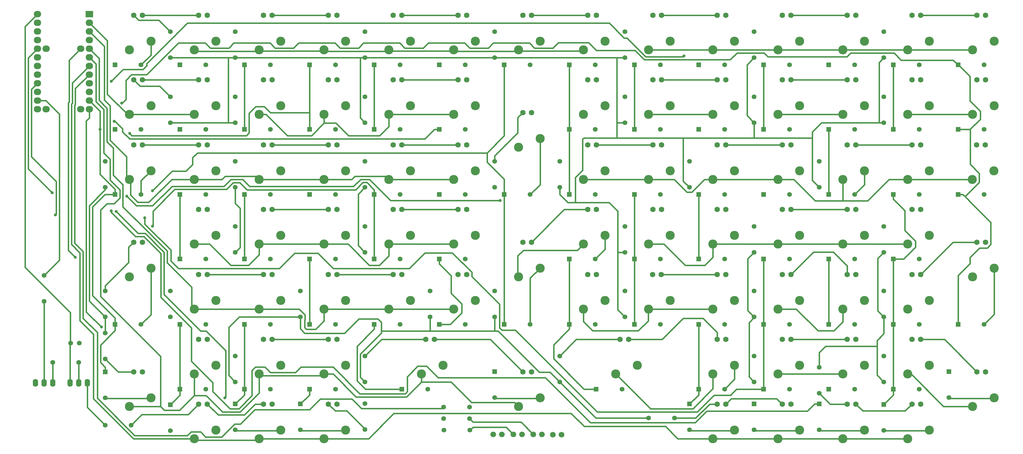
<source format=gtl>
G04 (created by PCBNEW (2013-jul-07)-stable) date lun. 20 juin 2016 20:07:23 IST*
%MOIN*%
G04 Gerber Fmt 3.4, Leading zero omitted, Abs format*
%FSLAX34Y34*%
G01*
G70*
G90*
G04 APERTURE LIST*
%ADD10C,0.00590551*%
%ADD11R,0.085X0.075*%
%ADD12O,0.085X0.075*%
%ADD13C,0.105*%
%ADD14C,0.055*%
%ADD15O,0.062X0.09*%
%ADD16C,0.066*%
%ADD17R,0.055X0.055*%
%ADD18C,0.063*%
%ADD19C,0.035*%
%ADD20C,0.018*%
G04 APERTURE END LIST*
G54D10*
G54D11*
X8157Y-669D03*
G54D12*
X8157Y-1669D03*
X8157Y-2669D03*
X8157Y-3669D03*
X8157Y-4669D03*
X8157Y-5669D03*
X8157Y-6669D03*
X8157Y-7669D03*
X8157Y-8669D03*
X8157Y-9669D03*
X8157Y-10669D03*
X8157Y-11669D03*
X7157Y-11669D03*
X3157Y-11669D03*
X2157Y-11669D03*
X2157Y-10669D03*
X2157Y-9669D03*
X2157Y-8669D03*
X2157Y-7669D03*
X2157Y-6669D03*
X2157Y-5669D03*
X2157Y-4669D03*
X2157Y-3669D03*
X2157Y-2669D03*
X2157Y-1669D03*
X2157Y-669D03*
X3157Y-4669D03*
X7157Y-4669D03*
G54D13*
X65299Y-12275D03*
X67799Y-11275D03*
X80259Y-34795D03*
X82759Y-33795D03*
X80259Y-27275D03*
X82759Y-26275D03*
X80259Y-19795D03*
X82759Y-18795D03*
X80259Y-12275D03*
X82759Y-11275D03*
X72818Y-4795D03*
X75318Y-3795D03*
X72818Y-34795D03*
X75318Y-33795D03*
X72818Y-27275D03*
X75318Y-26275D03*
X72818Y-19795D03*
X75318Y-18795D03*
X72818Y-12275D03*
X75318Y-11275D03*
X65299Y-4795D03*
X67799Y-3795D03*
X69039Y-42314D03*
X71539Y-41314D03*
X65299Y-34795D03*
X67799Y-33795D03*
X65299Y-27275D03*
X67799Y-26275D03*
X65299Y-19795D03*
X67799Y-18795D03*
X80259Y-49795D03*
X82759Y-48795D03*
X57779Y-4795D03*
X60279Y-3795D03*
X57779Y-46055D03*
X60279Y-45055D03*
X57779Y-31055D03*
X60279Y-30055D03*
X57779Y-16055D03*
X60279Y-15055D03*
X50299Y-4795D03*
X52799Y-3795D03*
X50299Y-34795D03*
X52799Y-33795D03*
X50299Y-27275D03*
X52799Y-26275D03*
X50299Y-19795D03*
X52799Y-18795D03*
X50299Y-12275D03*
X52799Y-11275D03*
X42779Y-4795D03*
X45279Y-3795D03*
X46559Y-42314D03*
X49059Y-41314D03*
X42779Y-34795D03*
X45279Y-33795D03*
X95299Y-42314D03*
X97799Y-41314D03*
X110299Y-4795D03*
X112799Y-3795D03*
X110299Y-46055D03*
X112799Y-45055D03*
X110299Y-31055D03*
X112799Y-30055D03*
X110259Y-19795D03*
X112759Y-18795D03*
X110299Y-12275D03*
X112799Y-11275D03*
X102779Y-4795D03*
X105279Y-3795D03*
X102779Y-49795D03*
X105279Y-48795D03*
X102779Y-34795D03*
X105279Y-33795D03*
X102779Y-27275D03*
X105279Y-26275D03*
X102779Y-19795D03*
X105279Y-18795D03*
X102779Y-12275D03*
X105279Y-11275D03*
X95299Y-4795D03*
X97799Y-3795D03*
X95299Y-49795D03*
X97799Y-48795D03*
X80259Y-42314D03*
X82759Y-41314D03*
X95299Y-34795D03*
X97799Y-33795D03*
X95299Y-27275D03*
X97799Y-26275D03*
X95299Y-19795D03*
X97799Y-18795D03*
X95299Y-12275D03*
X97799Y-11275D03*
X87779Y-4795D03*
X90279Y-3795D03*
X87779Y-49795D03*
X90279Y-48795D03*
X87779Y-42314D03*
X90279Y-41314D03*
X87779Y-34795D03*
X90279Y-33795D03*
X87779Y-27275D03*
X90279Y-26275D03*
X87779Y-19795D03*
X90279Y-18795D03*
X87779Y-12275D03*
X90279Y-11275D03*
X80259Y-4795D03*
X82759Y-3795D03*
X102779Y-42314D03*
X105279Y-41314D03*
X12779Y-12275D03*
X15279Y-11275D03*
X27779Y-34795D03*
X30279Y-33795D03*
X35299Y-12275D03*
X37799Y-11275D03*
X35299Y-19795D03*
X37799Y-18795D03*
X27779Y-27275D03*
X30279Y-26275D03*
X35299Y-27275D03*
X37799Y-26275D03*
X27779Y-42314D03*
X30279Y-41314D03*
X27779Y-4795D03*
X30279Y-3795D03*
X35299Y-34795D03*
X37799Y-33795D03*
X27779Y-19795D03*
X30279Y-18795D03*
X35299Y-42314D03*
X37799Y-41314D03*
X27779Y-49795D03*
X30279Y-48795D03*
X27779Y-12275D03*
X30279Y-11275D03*
X35299Y-49795D03*
X37799Y-48795D03*
X12779Y-19795D03*
X15279Y-18795D03*
X12779Y-31055D03*
X15279Y-30055D03*
X42779Y-27275D03*
X45279Y-26275D03*
X20299Y-42314D03*
X22799Y-41314D03*
X20299Y-34795D03*
X22799Y-33795D03*
X42779Y-19795D03*
X45279Y-18795D03*
X20299Y-27275D03*
X22799Y-26275D03*
X20299Y-19795D03*
X22799Y-18795D03*
X20299Y-49795D03*
X22799Y-48795D03*
X42779Y-12275D03*
X45279Y-11275D03*
X20299Y-12275D03*
X22799Y-11275D03*
X12779Y-4795D03*
X15279Y-3795D03*
X12779Y-46055D03*
X15279Y-45055D03*
X35299Y-4795D03*
X37799Y-3795D03*
X20299Y-4795D03*
X22799Y-3795D03*
G54D14*
X17519Y-13232D03*
X17519Y-10232D03*
X25039Y-13232D03*
X25039Y-10232D03*
X40039Y-13232D03*
X40039Y-10232D03*
X100039Y-5712D03*
X100039Y-2712D03*
X85039Y-5712D03*
X85039Y-2712D03*
X49129Y-46141D03*
X52129Y-46141D03*
X70078Y-5712D03*
X70078Y-2712D03*
X55039Y-5712D03*
X55039Y-2712D03*
X40039Y-5712D03*
X40039Y-2712D03*
X25039Y-5712D03*
X25039Y-2712D03*
X3933Y-40984D03*
X6933Y-40984D03*
X2913Y-30901D03*
X2913Y-33901D03*
X17519Y-5712D03*
X17519Y-2712D03*
X10000Y-20712D03*
X10000Y-17712D03*
X49129Y-47480D03*
X52129Y-47480D03*
X49169Y-48818D03*
X52169Y-48818D03*
X100039Y-28232D03*
X100039Y-25232D03*
X92559Y-41531D03*
X92559Y-44531D03*
X72830Y-47401D03*
X75830Y-47401D03*
X9996Y-48228D03*
X12996Y-48228D03*
X100039Y-43232D03*
X100039Y-40232D03*
X85039Y-43232D03*
X85039Y-40232D03*
X62559Y-43232D03*
X62559Y-40232D03*
X40039Y-43232D03*
X40039Y-40232D03*
X25039Y-43232D03*
X25039Y-40232D03*
X10000Y-37555D03*
X10000Y-40555D03*
X100039Y-35712D03*
X100039Y-32712D03*
X85039Y-35712D03*
X85039Y-32712D03*
X70078Y-35712D03*
X70078Y-32712D03*
X47559Y-35712D03*
X47559Y-32712D03*
X32559Y-35712D03*
X32559Y-32712D03*
X17519Y-35712D03*
X17519Y-32712D03*
X55039Y-20712D03*
X55039Y-17712D03*
X85039Y-28232D03*
X85039Y-25232D03*
X70078Y-28232D03*
X70078Y-25232D03*
X55039Y-35712D03*
X55039Y-32712D03*
X40039Y-28232D03*
X40039Y-25232D03*
X25039Y-28232D03*
X25039Y-25232D03*
X10000Y-35712D03*
X10000Y-32712D03*
X92559Y-20712D03*
X92559Y-17712D03*
X77559Y-20712D03*
X77559Y-17712D03*
X62559Y-20712D03*
X62559Y-17712D03*
X40039Y-20712D03*
X40039Y-17712D03*
X25039Y-20712D03*
X25039Y-17712D03*
X40039Y-45744D03*
X40039Y-48744D03*
X100039Y-13232D03*
X100039Y-10232D03*
X85039Y-13232D03*
X85039Y-10232D03*
X70078Y-13232D03*
X70078Y-10232D03*
G54D15*
X7929Y-43346D03*
X6929Y-43346D03*
X5929Y-43346D03*
X3913Y-43346D03*
X2913Y-43346D03*
X1913Y-43346D03*
G54D16*
X59500Y-49291D03*
X60500Y-49291D03*
X61744Y-49330D03*
X62744Y-49330D03*
X57177Y-49291D03*
X58177Y-49291D03*
X54854Y-49291D03*
X55854Y-49291D03*
G54D17*
X44287Y-44055D03*
G54D14*
X47287Y-44055D03*
G54D17*
X56137Y-36574D03*
G54D14*
X59137Y-36574D03*
G54D17*
X41098Y-36574D03*
G54D14*
X44098Y-36574D03*
G54D17*
X63657Y-14015D03*
G54D14*
X66657Y-14015D03*
G54D17*
X56137Y-21535D03*
G54D14*
X59137Y-21535D03*
G54D17*
X33618Y-44055D03*
G54D14*
X36618Y-44055D03*
G54D17*
X41098Y-29015D03*
G54D14*
X44098Y-29015D03*
G54D17*
X41098Y-21535D03*
G54D14*
X44098Y-21535D03*
G54D17*
X93657Y-14015D03*
G54D14*
X96657Y-14015D03*
G54D17*
X41098Y-14015D03*
G54D14*
X44098Y-14015D03*
G54D17*
X41098Y-6535D03*
G54D14*
X44098Y-6535D03*
G54D17*
X33618Y-29015D03*
G54D14*
X36618Y-29015D03*
G54D17*
X48618Y-36574D03*
G54D14*
X51618Y-36574D03*
G54D17*
X48618Y-14015D03*
G54D14*
X51618Y-14015D03*
G54D17*
X33618Y-6535D03*
G54D14*
X36618Y-6535D03*
G54D17*
X33618Y-36574D03*
G54D14*
X36618Y-36574D03*
G54D17*
X56137Y-6535D03*
G54D14*
X59137Y-6535D03*
G54D17*
X48618Y-21535D03*
G54D14*
X51618Y-21535D03*
G54D17*
X48618Y-29015D03*
G54D14*
X51618Y-29015D03*
G54D17*
X48618Y-6535D03*
G54D14*
X51618Y-6535D03*
G54D17*
X32559Y-45783D03*
G54D14*
X32559Y-48783D03*
G54D17*
X55039Y-42043D03*
G54D14*
X55039Y-45043D03*
G54D17*
X101137Y-21535D03*
G54D14*
X104137Y-21535D03*
G54D17*
X18618Y-6535D03*
G54D14*
X21618Y-6535D03*
G54D17*
X108618Y-21535D03*
G54D14*
X111618Y-21535D03*
G54D17*
X11137Y-21535D03*
G54D14*
X14137Y-21535D03*
G54D17*
X108618Y-14015D03*
G54D14*
X111618Y-14015D03*
G54D17*
X86137Y-29015D03*
G54D14*
X89137Y-29015D03*
G54D17*
X101137Y-6535D03*
G54D14*
X104137Y-6535D03*
G54D17*
X11137Y-36574D03*
G54D14*
X14137Y-36574D03*
G54D17*
X100039Y-45822D03*
G54D14*
X100039Y-48822D03*
G54D17*
X86137Y-36574D03*
G54D14*
X89137Y-36574D03*
G54D17*
X101137Y-44055D03*
G54D14*
X104137Y-44055D03*
G54D17*
X10000Y-42082D03*
G54D14*
X10000Y-45082D03*
G54D17*
X101137Y-36574D03*
G54D14*
X104137Y-36574D03*
G54D17*
X17519Y-45862D03*
G54D14*
X17519Y-48862D03*
G54D17*
X101137Y-29015D03*
G54D14*
X104137Y-29015D03*
G54D17*
X11137Y-6535D03*
G54D14*
X14137Y-6535D03*
G54D17*
X108618Y-36574D03*
G54D14*
X111618Y-36574D03*
G54D17*
X86137Y-44055D03*
G54D14*
X89137Y-44055D03*
G54D17*
X101137Y-14015D03*
G54D14*
X104137Y-14015D03*
G54D17*
X18618Y-14015D03*
G54D14*
X21618Y-14015D03*
G54D17*
X93657Y-6535D03*
G54D14*
X96657Y-6535D03*
G54D17*
X85039Y-45783D03*
G54D14*
X85039Y-48783D03*
G54D17*
X92559Y-45783D03*
G54D14*
X92559Y-48783D03*
G54D17*
X18618Y-21535D03*
G54D14*
X21618Y-21535D03*
G54D17*
X93657Y-44055D03*
G54D14*
X96657Y-44055D03*
G54D17*
X18618Y-44055D03*
G54D14*
X21618Y-44055D03*
G54D17*
X93657Y-36574D03*
G54D14*
X96657Y-36574D03*
G54D17*
X18618Y-29015D03*
G54D14*
X21618Y-29015D03*
G54D17*
X93657Y-29015D03*
G54D14*
X96657Y-29015D03*
G54D17*
X86137Y-6535D03*
G54D14*
X89137Y-6535D03*
G54D17*
X93657Y-21535D03*
G54D14*
X96657Y-21535D03*
G54D17*
X18618Y-36574D03*
G54D14*
X21618Y-36574D03*
G54D17*
X26098Y-36574D03*
G54D14*
X29098Y-36574D03*
G54D17*
X33618Y-21535D03*
G54D14*
X36618Y-21535D03*
G54D17*
X63657Y-29015D03*
G54D14*
X66657Y-29015D03*
G54D17*
X63657Y-36574D03*
G54D14*
X66657Y-36574D03*
G54D17*
X33618Y-14015D03*
G54D14*
X36618Y-14015D03*
G54D17*
X66767Y-44055D03*
G54D14*
X69767Y-44055D03*
G54D17*
X63657Y-6535D03*
G54D14*
X66657Y-6535D03*
G54D17*
X26098Y-6535D03*
G54D14*
X29098Y-6535D03*
G54D17*
X71177Y-14015D03*
G54D14*
X74177Y-14015D03*
G54D17*
X71177Y-21535D03*
G54D14*
X74177Y-21535D03*
G54D17*
X25039Y-45783D03*
G54D14*
X25039Y-48783D03*
G54D17*
X71177Y-29015D03*
G54D14*
X74177Y-29015D03*
G54D17*
X71177Y-36574D03*
G54D14*
X74177Y-36574D03*
G54D17*
X26098Y-44055D03*
G54D14*
X29098Y-44055D03*
G54D17*
X71177Y-6535D03*
G54D14*
X74177Y-6535D03*
G54D17*
X78618Y-14015D03*
G54D14*
X81618Y-14015D03*
G54D17*
X63657Y-21535D03*
G54D14*
X66657Y-21535D03*
G54D17*
X78618Y-21535D03*
G54D14*
X81618Y-21535D03*
G54D17*
X78618Y-29015D03*
G54D14*
X81618Y-29015D03*
G54D17*
X26098Y-29015D03*
G54D14*
X29098Y-29015D03*
G54D17*
X78618Y-36574D03*
G54D14*
X81618Y-36574D03*
G54D17*
X78618Y-44055D03*
G54D14*
X81618Y-44055D03*
G54D17*
X26098Y-21535D03*
G54D14*
X29098Y-21535D03*
G54D17*
X77559Y-45783D03*
G54D14*
X77559Y-48783D03*
G54D17*
X78618Y-6535D03*
G54D14*
X81618Y-6535D03*
G54D17*
X26098Y-14015D03*
G54D14*
X29098Y-14015D03*
G54D17*
X86137Y-14015D03*
G54D14*
X89137Y-14015D03*
G54D17*
X108618Y-6535D03*
G54D14*
X111618Y-6535D03*
G54D17*
X86137Y-21535D03*
G54D14*
X89137Y-21535D03*
G54D17*
X107559Y-42043D03*
G54D14*
X107559Y-45043D03*
G54D17*
X11137Y-14015D03*
G54D14*
X14137Y-14015D03*
X5996Y-38740D03*
X6996Y-38740D03*
G54D18*
X21799Y-8275D03*
X20799Y-8275D03*
X96799Y-23275D03*
X95799Y-23275D03*
X74318Y-8275D03*
X73318Y-8275D03*
X81759Y-8275D03*
X80759Y-8275D03*
X89279Y-23275D03*
X88279Y-23275D03*
X59279Y-12055D03*
X58279Y-12055D03*
X66799Y-8275D03*
X65799Y-8275D03*
X44279Y-8275D03*
X43279Y-8275D03*
X51799Y-8275D03*
X50799Y-8275D03*
X111759Y-15795D03*
X110759Y-15795D03*
X29279Y-8275D03*
X28279Y-8275D03*
X36799Y-8275D03*
X35799Y-8275D03*
X104279Y-23275D03*
X103279Y-23275D03*
X14279Y-8275D03*
X13279Y-8275D03*
X96799Y-8275D03*
X95799Y-8275D03*
X104279Y-795D03*
X103279Y-795D03*
X111799Y-795D03*
X110799Y-795D03*
X29279Y-30795D03*
X28279Y-30795D03*
X89279Y-795D03*
X88279Y-795D03*
X96799Y-795D03*
X95799Y-795D03*
X21799Y-30795D03*
X20799Y-30795D03*
X74318Y-795D03*
X73318Y-795D03*
X81759Y-795D03*
X80759Y-795D03*
X59279Y-795D03*
X58279Y-795D03*
X66799Y-795D03*
X65799Y-795D03*
X44279Y-795D03*
X43279Y-795D03*
X51799Y-795D03*
X50799Y-795D03*
X74318Y-15795D03*
X73318Y-15795D03*
X29279Y-23275D03*
X28279Y-23275D03*
X36799Y-23275D03*
X35799Y-23275D03*
X51799Y-23275D03*
X50799Y-23275D03*
X14279Y-27055D03*
X13279Y-27055D03*
X21799Y-23275D03*
X20799Y-23275D03*
X44279Y-23275D03*
X43279Y-23275D03*
X96799Y-15795D03*
X95799Y-15795D03*
X104279Y-15795D03*
X103279Y-15795D03*
X81759Y-15795D03*
X80759Y-15795D03*
X89279Y-15795D03*
X88279Y-15795D03*
X66799Y-23275D03*
X65799Y-23275D03*
X66799Y-15795D03*
X65799Y-15795D03*
X44279Y-30795D03*
X43279Y-30795D03*
X59279Y-27055D03*
X58279Y-27055D03*
X44279Y-15795D03*
X43279Y-15795D03*
X51799Y-15795D03*
X50799Y-15795D03*
X29279Y-15795D03*
X28279Y-15795D03*
X36799Y-15795D03*
X35799Y-15795D03*
X81759Y-23275D03*
X80759Y-23275D03*
X14279Y-15795D03*
X13279Y-15795D03*
X21799Y-15795D03*
X20799Y-15795D03*
X74318Y-23275D03*
X73318Y-23275D03*
X104279Y-8275D03*
X103279Y-8275D03*
X111799Y-8275D03*
X110799Y-8275D03*
X89279Y-8275D03*
X88279Y-8275D03*
X96799Y-38314D03*
X95799Y-38314D03*
X111799Y-27055D03*
X110799Y-27055D03*
X104279Y-30795D03*
X103279Y-30795D03*
X21799Y-38314D03*
X20799Y-38314D03*
X14279Y-42055D03*
X13279Y-42055D03*
X36799Y-38314D03*
X35799Y-38314D03*
X29279Y-38314D03*
X28279Y-38314D03*
X59279Y-42055D03*
X58279Y-42055D03*
X48059Y-38314D03*
X47059Y-38314D03*
X81759Y-38314D03*
X80759Y-38314D03*
X70539Y-38314D03*
X69539Y-38314D03*
X36799Y-30795D03*
X35799Y-30795D03*
X89279Y-38314D03*
X88279Y-38314D03*
X111799Y-42055D03*
X110799Y-42055D03*
X104279Y-38314D03*
X103279Y-38314D03*
X29279Y-45795D03*
X28279Y-45795D03*
X21799Y-45795D03*
X20799Y-45795D03*
X89279Y-45795D03*
X88279Y-45795D03*
X81759Y-45795D03*
X80759Y-45795D03*
X104279Y-45795D03*
X103279Y-45795D03*
X96799Y-45795D03*
X95799Y-45795D03*
X36799Y-45795D03*
X35799Y-45795D03*
X89279Y-30795D03*
X88279Y-30795D03*
X96799Y-30795D03*
X95799Y-30795D03*
X29279Y-795D03*
X28279Y-795D03*
X14279Y-795D03*
X13279Y-795D03*
X66799Y-30795D03*
X65799Y-30795D03*
X74279Y-30795D03*
X73279Y-30795D03*
X21799Y-795D03*
X20799Y-795D03*
X36799Y-795D03*
X35799Y-795D03*
X51799Y-30795D03*
X50799Y-30795D03*
X81759Y-30795D03*
X80759Y-30795D03*
G54D19*
X15472Y-25196D03*
X4221Y-23920D03*
X12834Y-14486D03*
X11250Y-23513D03*
X23812Y-45084D03*
X11906Y-10969D03*
X6515Y-28799D03*
X55673Y-22233D03*
X12488Y-21737D03*
X14566Y-24244D03*
X3861Y-21345D03*
X76915Y-5501D03*
X10684Y-8449D03*
X9544Y-36878D03*
X10688Y-23427D03*
X9391Y-14015D03*
X11023Y-13059D03*
X15472Y-21102D03*
G54D20*
X88279Y-15795D02*
X81759Y-15795D01*
X23055Y-47051D02*
X21799Y-45795D01*
X26079Y-47051D02*
X23055Y-47051D01*
X27335Y-45795D02*
X26079Y-47051D01*
X28279Y-45795D02*
X27335Y-45795D01*
X14214Y-47010D02*
X12996Y-48228D01*
X19584Y-47010D02*
X14214Y-47010D01*
X20799Y-45795D02*
X19584Y-47010D01*
X16191Y-1384D02*
X17519Y-2712D01*
X13868Y-1384D02*
X16191Y-1384D01*
X13279Y-795D02*
X13868Y-1384D01*
X100039Y-35712D02*
X100039Y-35708D01*
X99330Y-28940D02*
X100039Y-28232D01*
X99330Y-35000D02*
X99330Y-28940D01*
X100039Y-35708D02*
X99330Y-35000D01*
X70078Y-13232D02*
X69173Y-13232D01*
X69173Y-13232D02*
X69173Y-13228D01*
X69173Y-5712D02*
X69173Y-13228D01*
X69173Y-13228D02*
X69173Y-15003D01*
X69173Y-15003D02*
X69173Y-15000D01*
X69173Y-15000D02*
X69173Y-15003D01*
X92559Y-41531D02*
X92559Y-39842D01*
X93307Y-39094D02*
X99251Y-39094D01*
X92559Y-39842D02*
X93307Y-39094D01*
X100039Y-35712D02*
X100039Y-37637D01*
X99251Y-42444D02*
X100039Y-43232D01*
X99251Y-38425D02*
X99251Y-39094D01*
X99251Y-39094D02*
X99251Y-42444D01*
X100039Y-37637D02*
X99251Y-38425D01*
X85039Y-35712D02*
X85039Y-35787D01*
X84448Y-42641D02*
X85039Y-43232D01*
X84448Y-36377D02*
X84448Y-42641D01*
X85039Y-35787D02*
X84448Y-36377D01*
X40039Y-20712D02*
X40035Y-20712D01*
X39251Y-27444D02*
X40039Y-28232D01*
X39251Y-21496D02*
X39251Y-27444D01*
X40035Y-20712D02*
X39251Y-21496D01*
X32559Y-35712D02*
X32559Y-37086D01*
X32559Y-37086D02*
X33070Y-37598D01*
X33070Y-37598D02*
X37672Y-37598D01*
X37672Y-37598D02*
X39325Y-35944D01*
X39325Y-35944D02*
X41535Y-35944D01*
X41535Y-35944D02*
X41929Y-36338D01*
X41929Y-36338D02*
X41929Y-37322D01*
X32559Y-35712D02*
X25480Y-35712D01*
X25480Y-35712D02*
X24278Y-36914D01*
X24278Y-36914D02*
X24278Y-42471D01*
X24278Y-42471D02*
X25039Y-43232D01*
X85039Y-5712D02*
X85035Y-5712D01*
X84212Y-12405D02*
X85039Y-13232D01*
X84212Y-6535D02*
X84212Y-12405D01*
X85035Y-5712D02*
X84212Y-6535D01*
X47559Y-37322D02*
X47559Y-35712D01*
X55039Y-37322D02*
X55039Y-35712D01*
X41929Y-37322D02*
X47559Y-37322D01*
X47559Y-37322D02*
X55039Y-37322D01*
X55039Y-37322D02*
X55433Y-37322D01*
X55433Y-37322D02*
X55433Y-37322D01*
X69249Y-28228D02*
X70074Y-28228D01*
X70074Y-28228D02*
X70078Y-28232D01*
X64370Y-22480D02*
X64370Y-21859D01*
X64370Y-21859D02*
X64368Y-21857D01*
X65201Y-15152D02*
X65201Y-15563D01*
X65201Y-15563D02*
X65201Y-18722D01*
X65201Y-18722D02*
X64368Y-19556D01*
X64368Y-21857D02*
X64368Y-19556D01*
X65350Y-15003D02*
X65201Y-15152D01*
X69066Y-15003D02*
X65350Y-15003D01*
X69173Y-15003D02*
X69066Y-15003D01*
X76858Y-15003D02*
X76688Y-15003D01*
X84917Y-15003D02*
X85043Y-15003D01*
X84917Y-15003D02*
X76858Y-15003D01*
X76688Y-15003D02*
X69173Y-15003D01*
X62559Y-20712D02*
X62559Y-21535D01*
X69249Y-29062D02*
X69249Y-34882D01*
X69249Y-34882D02*
X70078Y-35712D01*
X69249Y-23461D02*
X69249Y-28228D01*
X69249Y-28228D02*
X69249Y-29062D01*
X68267Y-22480D02*
X69249Y-23461D01*
X63503Y-22480D02*
X64370Y-22480D01*
X64370Y-22480D02*
X68267Y-22480D01*
X62559Y-21535D02*
X63503Y-22480D01*
X85043Y-15003D02*
X85043Y-13236D01*
X85043Y-13236D02*
X85039Y-13232D01*
X76838Y-17479D02*
X76838Y-15003D01*
X77559Y-20712D02*
X76838Y-19991D01*
X76838Y-17479D02*
X76838Y-19991D01*
X86182Y-15003D02*
X85043Y-15003D01*
X86182Y-15003D02*
X91753Y-15003D01*
X10000Y-20712D02*
X10000Y-20984D01*
X8151Y-33864D02*
X10000Y-35712D01*
X8151Y-22832D02*
X8151Y-33864D01*
X10000Y-20984D02*
X8151Y-22832D01*
X24216Y-13232D02*
X24216Y-5728D01*
X24216Y-5728D02*
X24232Y-5712D01*
X25039Y-13232D02*
X24216Y-13232D01*
X24216Y-13232D02*
X23921Y-13232D01*
X23921Y-13232D02*
X17519Y-13232D01*
X17519Y-5712D02*
X24232Y-5712D01*
X24232Y-5712D02*
X24480Y-5712D01*
X24480Y-5712D02*
X25039Y-5712D01*
X25594Y-27677D02*
X25039Y-28232D01*
X25594Y-23135D02*
X25594Y-27677D01*
X25039Y-22580D02*
X25594Y-23135D01*
X25039Y-20712D02*
X25039Y-22580D01*
X39480Y-12673D02*
X40039Y-13232D01*
X39480Y-5712D02*
X39480Y-12673D01*
X25039Y-5712D02*
X39480Y-5712D01*
X39480Y-5712D02*
X40039Y-5712D01*
X40039Y-5712D02*
X55039Y-5712D01*
X55039Y-5712D02*
X69173Y-5712D01*
X69173Y-5712D02*
X69516Y-5712D01*
X69516Y-5712D02*
X70078Y-5712D01*
X66728Y-47401D02*
X62559Y-43232D01*
X72830Y-47401D02*
X66728Y-47401D01*
X10000Y-37555D02*
X10000Y-35712D01*
X7929Y-46161D02*
X9996Y-48228D01*
X7929Y-43346D02*
X7929Y-46161D01*
X84297Y-28974D02*
X85039Y-28232D01*
X84297Y-34970D02*
X84297Y-28974D01*
X85039Y-35712D02*
X84297Y-34970D01*
X61415Y-42088D02*
X62559Y-43232D01*
X55433Y-37322D02*
X60199Y-42088D01*
X60199Y-42088D02*
X61415Y-42088D01*
X39491Y-42684D02*
X40039Y-43232D01*
X41929Y-37322D02*
X41929Y-37555D01*
X41929Y-37555D02*
X39491Y-39993D01*
X39491Y-39993D02*
X39491Y-42684D01*
X91753Y-19906D02*
X92559Y-20712D01*
X91753Y-15003D02*
X91753Y-19906D01*
X91753Y-14317D02*
X91753Y-15003D01*
X99488Y-13232D02*
X92838Y-13232D01*
X92838Y-13232D02*
X91753Y-14317D01*
X100039Y-13232D02*
X99488Y-13232D01*
X99488Y-6263D02*
X100039Y-5712D01*
X99488Y-13232D02*
X99488Y-6263D01*
X15511Y-23460D02*
X15511Y-25157D01*
X18021Y-20950D02*
X15511Y-23460D01*
X18267Y-20950D02*
X18021Y-20950D01*
X4311Y-23830D02*
X4221Y-23920D01*
X4311Y-20028D02*
X4311Y-23830D01*
X1455Y-17172D02*
X4311Y-20028D01*
X1455Y-9371D02*
X1455Y-17172D01*
X1455Y-9371D02*
X2157Y-8669D01*
X15511Y-25157D02*
X15472Y-25196D01*
X41098Y-36574D02*
X41098Y-37119D01*
X39128Y-39089D02*
X41098Y-37119D01*
X39128Y-43092D02*
X39128Y-39089D01*
X40091Y-44055D02*
X39128Y-43092D01*
X43742Y-44055D02*
X40091Y-44055D01*
X44287Y-44055D02*
X43742Y-44055D01*
X41098Y-6535D02*
X41098Y-14015D01*
X41098Y-29015D02*
X41098Y-21535D01*
X41098Y-21535D02*
X41098Y-20990D01*
X24020Y-20950D02*
X18267Y-20950D01*
X18267Y-20950D02*
X18267Y-20950D01*
X24809Y-20161D02*
X24020Y-20950D01*
X25560Y-20161D02*
X24809Y-20161D01*
X26389Y-20990D02*
X25560Y-20161D01*
X38972Y-20990D02*
X26389Y-20990D01*
X39809Y-20153D02*
X38972Y-20990D01*
X40261Y-20153D02*
X39809Y-20153D01*
X41098Y-20990D02*
X40261Y-20153D01*
X66799Y-15795D02*
X73318Y-15795D01*
X33618Y-44055D02*
X33618Y-44724D01*
X33618Y-44724D02*
X32559Y-45783D01*
X33618Y-29015D02*
X33618Y-36574D01*
X13071Y-14724D02*
X12834Y-14486D01*
X26336Y-14724D02*
X13071Y-14724D01*
X26643Y-14417D02*
X26336Y-14724D01*
X26643Y-12135D02*
X26643Y-14417D01*
X27401Y-11377D02*
X26643Y-12135D01*
X28389Y-11377D02*
X27401Y-11377D01*
X29087Y-12076D02*
X28389Y-11377D01*
X33618Y-12076D02*
X29087Y-12076D01*
X33618Y-14015D02*
X33618Y-12076D01*
X33618Y-12076D02*
X33618Y-6535D01*
X37722Y-48871D02*
X37799Y-48795D01*
X32647Y-48871D02*
X37722Y-48871D01*
X32559Y-48783D02*
X32647Y-48871D01*
X59137Y-31196D02*
X60279Y-30055D01*
X59137Y-36574D02*
X59137Y-31196D01*
X60203Y-45131D02*
X60279Y-45055D01*
X55127Y-45131D02*
X60203Y-45131D01*
X55039Y-45043D02*
X55127Y-45131D01*
X60279Y-20393D02*
X60279Y-15055D01*
X59137Y-21535D02*
X60279Y-20393D01*
X89279Y-8275D02*
X95799Y-8275D01*
X15204Y-45130D02*
X15279Y-45055D01*
X10047Y-45130D02*
X15204Y-45130D01*
X10000Y-45082D02*
X10047Y-45130D01*
X15279Y-5393D02*
X15279Y-3795D01*
X14137Y-6535D02*
X15279Y-5393D01*
X35299Y-13282D02*
X35299Y-12275D01*
X102779Y-12275D02*
X110299Y-12275D01*
X72818Y-12275D02*
X80259Y-12275D01*
X87779Y-12275D02*
X95299Y-12275D01*
X12583Y-12275D02*
X12779Y-12275D01*
X10239Y-9932D02*
X12583Y-12275D01*
X10239Y-3751D02*
X10239Y-9932D01*
X8157Y-1669D02*
X10239Y-3751D01*
X20299Y-12275D02*
X12779Y-12275D01*
X42779Y-12275D02*
X50299Y-12275D01*
X33857Y-14724D02*
X35299Y-13282D01*
X31053Y-14724D02*
X33857Y-14724D01*
X28604Y-12275D02*
X31053Y-14724D01*
X27779Y-12275D02*
X28604Y-12275D01*
X36676Y-13282D02*
X35299Y-13282D01*
X38118Y-14724D02*
X36676Y-13282D01*
X41732Y-14724D02*
X38118Y-14724D01*
X42779Y-13677D02*
X41732Y-14724D01*
X42779Y-12275D02*
X42779Y-13677D01*
X15279Y-35433D02*
X15279Y-30055D01*
X14137Y-36574D02*
X15279Y-35433D01*
X14137Y-19937D02*
X15279Y-18795D01*
X14137Y-21535D02*
X14137Y-19937D01*
X80759Y-8275D02*
X74318Y-8275D01*
X5996Y-38740D02*
X5962Y-38740D01*
X5929Y-38773D02*
X5962Y-38740D01*
X5929Y-43346D02*
X5929Y-38773D01*
X734Y-2092D02*
X2157Y-669D01*
X734Y-29971D02*
X734Y-2092D01*
X5962Y-35199D02*
X734Y-29971D01*
X5962Y-38740D02*
X5962Y-35199D01*
X26098Y-44055D02*
X26098Y-44724D01*
X26098Y-44724D02*
X25039Y-45783D01*
X26098Y-14015D02*
X26098Y-6535D01*
X26098Y-29015D02*
X26098Y-21535D01*
X26098Y-44055D02*
X26098Y-36574D01*
X30203Y-48871D02*
X30279Y-48795D01*
X25127Y-48871D02*
X30203Y-48871D01*
X25039Y-48783D02*
X25127Y-48871D01*
X18618Y-44055D02*
X18618Y-44763D01*
X18618Y-44763D02*
X17519Y-45862D01*
X18618Y-21535D02*
X18618Y-22080D01*
X18618Y-28470D02*
X18618Y-22080D01*
X18618Y-29015D02*
X18618Y-28470D01*
X18618Y-36574D02*
X18618Y-37119D01*
X18618Y-37119D02*
X18618Y-44055D01*
X32443Y-34795D02*
X27779Y-34795D01*
X33106Y-35458D02*
X32443Y-34795D01*
X33106Y-36027D02*
X33106Y-35458D01*
X33055Y-36077D02*
X33106Y-36027D01*
X33055Y-36945D02*
X33055Y-36077D01*
X33247Y-37136D02*
X33055Y-36945D01*
X34319Y-37136D02*
X33247Y-37136D01*
X35299Y-36157D02*
X34319Y-37136D01*
X35299Y-34795D02*
X35299Y-36157D01*
X14760Y-25687D02*
X14758Y-25687D01*
X14760Y-25687D02*
X17154Y-28081D01*
X17154Y-28081D02*
X17154Y-29444D01*
X17154Y-29444D02*
X19981Y-32271D01*
X19981Y-32271D02*
X19981Y-34477D01*
X20299Y-34795D02*
X19981Y-34477D01*
X12043Y-22972D02*
X12043Y-20410D01*
X14758Y-25687D02*
X12043Y-22972D01*
X10934Y-19301D02*
X12043Y-20410D01*
X8157Y-4669D02*
X9280Y-5791D01*
X9280Y-5791D02*
X9280Y-10653D01*
X9280Y-10653D02*
X10196Y-11570D01*
X10196Y-11570D02*
X10196Y-15429D01*
X10196Y-15429D02*
X10934Y-16167D01*
X10934Y-16167D02*
X10934Y-19301D01*
X89904Y-34795D02*
X87779Y-34795D01*
X92423Y-37314D02*
X89904Y-34795D01*
X94267Y-37314D02*
X92423Y-37314D01*
X95299Y-36283D02*
X94267Y-37314D01*
X95299Y-34795D02*
X95299Y-36283D01*
X42779Y-34795D02*
X50299Y-34795D01*
X72779Y-34795D02*
X80259Y-34795D01*
X27779Y-34795D02*
X20299Y-34795D01*
X35299Y-34795D02*
X42779Y-34795D01*
X72779Y-36173D02*
X72779Y-34795D01*
X71637Y-37314D02*
X72779Y-36173D01*
X66366Y-37314D02*
X71637Y-37314D01*
X65299Y-36248D02*
X66366Y-37314D01*
X65299Y-34795D02*
X65299Y-36248D01*
X97799Y-18795D02*
X97799Y-20393D01*
X97799Y-20393D02*
X96657Y-21535D01*
X97722Y-48871D02*
X97799Y-48795D01*
X92647Y-48871D02*
X97722Y-48871D01*
X92559Y-48783D02*
X92647Y-48871D01*
X52169Y-48818D02*
X52169Y-48814D01*
X56350Y-48464D02*
X57177Y-49291D01*
X52519Y-48464D02*
X56350Y-48464D01*
X52169Y-48814D02*
X52519Y-48464D01*
X52129Y-47480D02*
X52129Y-47492D01*
X58082Y-47874D02*
X59500Y-49291D01*
X52511Y-47874D02*
X58082Y-47874D01*
X52129Y-47492D02*
X52511Y-47874D01*
X55039Y-17059D02*
X55039Y-17712D01*
X57681Y-14416D02*
X55039Y-17059D01*
X57681Y-12652D02*
X57681Y-14416D01*
X58279Y-12055D02*
X57681Y-12652D01*
X102322Y-29015D02*
X101137Y-29015D01*
X101137Y-44055D02*
X101137Y-44724D01*
X101137Y-44724D02*
X100039Y-45822D01*
X23812Y-45084D02*
X23918Y-44978D01*
X23918Y-44978D02*
X23918Y-39599D01*
X23918Y-39599D02*
X21645Y-37326D01*
X21645Y-37326D02*
X21026Y-37326D01*
X21026Y-37326D02*
X16793Y-33093D01*
X16793Y-33093D02*
X16793Y-28230D01*
X16793Y-28230D02*
X14611Y-26047D01*
X14611Y-26047D02*
X13785Y-26047D01*
X13785Y-26047D02*
X11250Y-23513D01*
X101137Y-36574D02*
X101137Y-36029D01*
X101137Y-36029D02*
X101137Y-29560D01*
X101137Y-29288D02*
X101137Y-29560D01*
X101137Y-29015D02*
X101137Y-29288D01*
X101137Y-43510D02*
X101137Y-36574D01*
X101137Y-44055D02*
X101137Y-43510D01*
X102461Y-23404D02*
X101137Y-22080D01*
X102461Y-25689D02*
X102461Y-23404D01*
X103700Y-26929D02*
X102461Y-25689D01*
X103700Y-27637D02*
X103700Y-26929D01*
X102322Y-29015D02*
X103700Y-27637D01*
X101137Y-14015D02*
X101137Y-6535D01*
X101137Y-21535D02*
X101137Y-22080D01*
X110021Y-14332D02*
X110021Y-14036D01*
X109411Y-21783D02*
X111072Y-20122D01*
X111072Y-20122D02*
X111072Y-19102D01*
X111072Y-19102D02*
X110021Y-18051D01*
X110021Y-18051D02*
X110021Y-14332D01*
X110021Y-14036D02*
X110000Y-14015D01*
X11906Y-10969D02*
X11955Y-10969D01*
X11955Y-10969D02*
X12384Y-10540D01*
X12384Y-10540D02*
X12384Y-8325D01*
X12384Y-8325D02*
X13043Y-7666D01*
X13043Y-7666D02*
X14794Y-7666D01*
X14794Y-7666D02*
X18467Y-3994D01*
X18467Y-3994D02*
X21562Y-3994D01*
X21562Y-3994D02*
X22161Y-4592D01*
X22161Y-4592D02*
X24278Y-4592D01*
X24278Y-4592D02*
X24871Y-4000D01*
X24871Y-4000D02*
X29049Y-4000D01*
X29049Y-4000D02*
X29641Y-4592D01*
X29641Y-4592D02*
X31772Y-4592D01*
X31772Y-4592D02*
X32364Y-4000D01*
X32364Y-4000D02*
X36569Y-4000D01*
X36569Y-4000D02*
X37161Y-4592D01*
X37161Y-4592D02*
X39278Y-4592D01*
X39278Y-4592D02*
X39871Y-4000D01*
X39871Y-4000D02*
X44049Y-4000D01*
X44049Y-4000D02*
X44641Y-4592D01*
X44641Y-4592D02*
X46772Y-4592D01*
X46772Y-4592D02*
X47364Y-4000D01*
X47364Y-4000D02*
X51569Y-4000D01*
X51569Y-4000D02*
X52161Y-4592D01*
X52161Y-4592D02*
X54278Y-4592D01*
X54278Y-4592D02*
X54871Y-4000D01*
X54871Y-4000D02*
X59049Y-4000D01*
X59049Y-4000D02*
X59641Y-4592D01*
X59641Y-4592D02*
X61772Y-4592D01*
X61772Y-4592D02*
X62379Y-3985D01*
X62379Y-3985D02*
X65903Y-3985D01*
X65903Y-3985D02*
X66784Y-4867D01*
X66784Y-4867D02*
X71257Y-4867D01*
X71257Y-4867D02*
X72342Y-5952D01*
X72342Y-5952D02*
X82251Y-5952D01*
X82251Y-5952D02*
X83048Y-5155D01*
X83048Y-5155D02*
X86202Y-5155D01*
X86202Y-5155D02*
X86640Y-5593D01*
X86640Y-5593D02*
X95766Y-5593D01*
X95766Y-5593D02*
X96192Y-5167D01*
X96192Y-5167D02*
X101214Y-5167D01*
X101214Y-5167D02*
X102037Y-5990D01*
X102037Y-5990D02*
X108076Y-5990D01*
X108076Y-5990D02*
X108622Y-6535D01*
X108618Y-6535D02*
X108622Y-6535D01*
X108618Y-21535D02*
X109163Y-21535D01*
X108618Y-6535D02*
X108618Y-6492D01*
X110000Y-14015D02*
X111181Y-12834D01*
X111181Y-12834D02*
X111181Y-11889D01*
X111181Y-11889D02*
X109981Y-10689D01*
X109981Y-10689D02*
X109981Y-7855D01*
X109981Y-7855D02*
X108618Y-6492D01*
X109163Y-21535D02*
X109411Y-21783D01*
X109411Y-21783D02*
X109411Y-21783D01*
X110395Y-22768D02*
X109411Y-21783D01*
X110395Y-22768D02*
X110395Y-22768D01*
X112389Y-24761D02*
X110395Y-22768D01*
X112389Y-27317D02*
X112389Y-24761D01*
X111982Y-27724D02*
X112389Y-27317D01*
X111107Y-27724D02*
X111982Y-27724D01*
X109981Y-28851D02*
X111107Y-27724D01*
X109981Y-29544D02*
X109981Y-28851D01*
X108618Y-30906D02*
X109981Y-29544D01*
X108618Y-36574D02*
X108618Y-30906D01*
X108618Y-14015D02*
X110000Y-14015D01*
X105204Y-48870D02*
X105279Y-48795D01*
X100086Y-48870D02*
X105204Y-48870D01*
X100039Y-48822D02*
X100086Y-48870D01*
X112799Y-35393D02*
X112799Y-30055D01*
X111618Y-36574D02*
X112799Y-35393D01*
X112722Y-45131D02*
X112799Y-45055D01*
X107647Y-45131D02*
X112722Y-45131D01*
X107559Y-45043D02*
X107647Y-45131D01*
X71177Y-29015D02*
X71177Y-36574D01*
X71177Y-6535D02*
X71177Y-14015D01*
X71177Y-29015D02*
X71177Y-21535D01*
X95299Y-4795D02*
X102779Y-4795D01*
X87779Y-4795D02*
X95299Y-4795D01*
X80259Y-4795D02*
X87779Y-4795D01*
X80259Y-4795D02*
X72818Y-4795D01*
X110299Y-4795D02*
X102779Y-4795D01*
X27612Y-4962D02*
X27779Y-4795D01*
X20466Y-4962D02*
X27612Y-4962D01*
X20299Y-4795D02*
X20466Y-4962D01*
X35140Y-4954D02*
X35299Y-4795D01*
X27938Y-4954D02*
X35140Y-4954D01*
X27779Y-4795D02*
X27938Y-4954D01*
X42610Y-4964D02*
X42779Y-4795D01*
X35468Y-4964D02*
X42610Y-4964D01*
X35299Y-4795D02*
X35468Y-4964D01*
X50139Y-4954D02*
X50299Y-4795D01*
X42939Y-4954D02*
X50139Y-4954D01*
X42779Y-4795D02*
X42939Y-4954D01*
X57617Y-4957D02*
X57779Y-4795D01*
X50461Y-4957D02*
X57617Y-4957D01*
X50299Y-4795D02*
X50461Y-4957D01*
X65140Y-4954D02*
X65299Y-4795D01*
X57938Y-4954D02*
X65140Y-4954D01*
X57779Y-4795D02*
X57938Y-4954D01*
X5821Y-6650D02*
X5821Y-6005D01*
X5714Y-27998D02*
X6515Y-28799D01*
X5821Y-10831D02*
X5821Y-6650D01*
X5714Y-10938D02*
X5821Y-10831D01*
X5714Y-27262D02*
X5714Y-10938D01*
X5714Y-27262D02*
X5714Y-27998D01*
X5821Y-6005D02*
X7157Y-4669D01*
X64582Y-27992D02*
X65299Y-27275D01*
X58349Y-27992D02*
X64582Y-27992D01*
X57710Y-28631D02*
X58349Y-27992D01*
X57710Y-30985D02*
X57710Y-28631D01*
X57779Y-31055D02*
X57710Y-30985D01*
X95299Y-27275D02*
X102779Y-27275D01*
X80259Y-28795D02*
X80259Y-27275D01*
X79330Y-29724D02*
X80259Y-28795D01*
X77048Y-29724D02*
X79330Y-29724D01*
X74599Y-27275D02*
X77048Y-29724D01*
X72818Y-27275D02*
X74599Y-27275D01*
X42779Y-27275D02*
X50299Y-27275D01*
X27779Y-28519D02*
X27779Y-27275D01*
X26574Y-29724D02*
X27779Y-28519D01*
X24515Y-29724D02*
X26574Y-29724D01*
X22066Y-27275D02*
X24515Y-29724D01*
X20299Y-27275D02*
X22066Y-27275D01*
X27779Y-27275D02*
X35299Y-27275D01*
X80259Y-27275D02*
X87779Y-27275D01*
X87779Y-27275D02*
X95299Y-27275D01*
X38085Y-27275D02*
X35299Y-27275D01*
X40534Y-29724D02*
X38085Y-27275D01*
X41692Y-29724D02*
X40534Y-29724D01*
X42779Y-28637D02*
X41692Y-29724D01*
X42779Y-27275D02*
X42779Y-28637D01*
X63657Y-21535D02*
X63657Y-20990D01*
X63657Y-29015D02*
X63657Y-36574D01*
X63657Y-36574D02*
X63657Y-37119D01*
X63657Y-6535D02*
X63657Y-7080D01*
X63657Y-20990D02*
X63657Y-14015D01*
X63657Y-14015D02*
X63657Y-7080D01*
X61850Y-38927D02*
X63657Y-37119D01*
X61850Y-40551D02*
X61850Y-38927D01*
X65354Y-44055D02*
X61850Y-40551D01*
X66767Y-44055D02*
X65354Y-44055D01*
X13589Y-22838D02*
X12488Y-21737D01*
X15462Y-22838D02*
X13589Y-22838D01*
X17711Y-20590D02*
X15462Y-22838D01*
X23736Y-20590D02*
X17711Y-20590D01*
X24525Y-19801D02*
X23736Y-20590D01*
X25889Y-19801D02*
X24525Y-19801D01*
X26701Y-20613D02*
X25889Y-19801D01*
X38705Y-20613D02*
X26701Y-20613D01*
X39525Y-19793D02*
X38705Y-20613D01*
X40547Y-19793D02*
X39525Y-19793D01*
X42987Y-22233D02*
X40547Y-19793D01*
X55673Y-22233D02*
X42987Y-22233D01*
X67799Y-27874D02*
X67799Y-26275D01*
X66657Y-29015D02*
X67799Y-27874D01*
X86137Y-29015D02*
X86137Y-36574D01*
X86137Y-44055D02*
X82992Y-44055D01*
X82992Y-44055D02*
X82282Y-44764D01*
X14566Y-24244D02*
X14566Y-24965D01*
X14566Y-24965D02*
X14929Y-25327D01*
X14929Y-25327D02*
X17577Y-27975D01*
X17577Y-27975D02*
X17577Y-29231D01*
X17577Y-29231D02*
X18464Y-30118D01*
X18464Y-30118D02*
X30114Y-30118D01*
X30114Y-30118D02*
X31885Y-28346D01*
X31885Y-28346D02*
X34599Y-28346D01*
X34599Y-28346D02*
X36371Y-30118D01*
X36371Y-30118D02*
X45164Y-30118D01*
X45164Y-30118D02*
X46975Y-28307D01*
X46975Y-28307D02*
X50138Y-28307D01*
X50138Y-28307D02*
X52384Y-30552D01*
X52384Y-30552D02*
X52384Y-31024D01*
X52384Y-31024D02*
X55584Y-34224D01*
X55584Y-34224D02*
X55584Y-36964D01*
X55584Y-36964D02*
X55863Y-37244D01*
X55863Y-37244D02*
X57422Y-37244D01*
X57422Y-37244D02*
X66887Y-46709D01*
X66887Y-46709D02*
X78448Y-46709D01*
X78448Y-46709D02*
X80392Y-44764D01*
X80392Y-44764D02*
X82282Y-44764D01*
X82282Y-44764D02*
X82311Y-44764D01*
X1095Y-18578D02*
X3861Y-21345D01*
X1095Y-5731D02*
X1095Y-18578D01*
X2157Y-4669D02*
X1095Y-5731D01*
X86137Y-37119D02*
X86137Y-42795D01*
X86137Y-43510D02*
X86137Y-44055D01*
X86137Y-36574D02*
X86137Y-37119D01*
X86137Y-42795D02*
X86137Y-43510D01*
X86137Y-14015D02*
X86137Y-6535D01*
X90203Y-48871D02*
X90279Y-48795D01*
X85127Y-48871D02*
X90203Y-48871D01*
X85039Y-48783D02*
X85127Y-48871D01*
X87779Y-42314D02*
X95299Y-42314D01*
X9451Y-31307D02*
X9451Y-23351D01*
X11682Y-21950D02*
X11682Y-20990D01*
X11682Y-20990D02*
X10574Y-19881D01*
X10574Y-19881D02*
X10574Y-17482D01*
X10574Y-17482D02*
X9836Y-16744D01*
X9836Y-16744D02*
X9836Y-11719D01*
X9836Y-11719D02*
X8920Y-10803D01*
X8920Y-10803D02*
X8920Y-6431D01*
X8920Y-6431D02*
X8157Y-5669D01*
X11019Y-22614D02*
X11682Y-21950D01*
X10188Y-22614D02*
X11019Y-22614D01*
X9451Y-23351D02*
X10188Y-22614D01*
X57329Y-45604D02*
X57779Y-46055D01*
X52363Y-45604D02*
X57329Y-45604D01*
X49990Y-43231D02*
X52363Y-45604D01*
X46559Y-43231D02*
X49990Y-43231D01*
X46559Y-42314D02*
X46559Y-43231D01*
X44830Y-44960D02*
X46559Y-43231D01*
X38999Y-44960D02*
X44830Y-44960D01*
X36353Y-42314D02*
X38999Y-44960D01*
X35299Y-42314D02*
X36353Y-42314D01*
X35124Y-42489D02*
X27779Y-42489D01*
X35299Y-42314D02*
X35124Y-42489D01*
X27779Y-42489D02*
X27779Y-42314D01*
X20299Y-42314D02*
X20299Y-44806D01*
X27779Y-44517D02*
X27779Y-42489D01*
X25605Y-46691D02*
X27779Y-44517D01*
X23557Y-46691D02*
X25605Y-46691D01*
X21672Y-44806D02*
X23557Y-46691D01*
X20299Y-44806D02*
X21672Y-44806D01*
X12779Y-46055D02*
X16387Y-46055D01*
X16828Y-46496D02*
X16387Y-46055D01*
X18609Y-46496D02*
X16828Y-46496D01*
X20299Y-44806D02*
X18609Y-46496D01*
X106927Y-46055D02*
X110299Y-46055D01*
X103187Y-42314D02*
X106927Y-46055D01*
X102779Y-42314D02*
X103187Y-42314D01*
X80259Y-44017D02*
X80259Y-42314D01*
X77949Y-46328D02*
X80259Y-44017D01*
X73053Y-46328D02*
X77949Y-46328D01*
X69039Y-42314D02*
X73053Y-46328D01*
X9451Y-33331D02*
X9451Y-31307D01*
X9451Y-31307D02*
X9451Y-31235D01*
X16387Y-40268D02*
X9451Y-33331D01*
X16387Y-46055D02*
X16387Y-40268D01*
X78618Y-44055D02*
X78618Y-44724D01*
X78618Y-44724D02*
X77559Y-45783D01*
X78618Y-44055D02*
X78618Y-36574D01*
X78618Y-21535D02*
X78618Y-29015D01*
X76825Y-5592D02*
X76915Y-5501D01*
X72491Y-5592D02*
X76825Y-5592D01*
X70331Y-3431D02*
X72491Y-5592D01*
X70007Y-3431D02*
X70331Y-3431D01*
X68291Y-1716D02*
X70007Y-3431D01*
X19498Y-1716D02*
X68291Y-1716D01*
X14797Y-6417D02*
X19498Y-1716D01*
X14797Y-6646D02*
X14797Y-6417D01*
X14363Y-7080D02*
X14797Y-6646D01*
X12053Y-7080D02*
X14363Y-7080D01*
X10684Y-8449D02*
X12053Y-7080D01*
X82683Y-48871D02*
X82759Y-48795D01*
X77647Y-48871D02*
X82683Y-48871D01*
X77559Y-48783D02*
X77647Y-48871D01*
X6095Y-21889D02*
X6095Y-27319D01*
X7070Y-36129D02*
X8632Y-37691D01*
X7070Y-28295D02*
X7070Y-36129D01*
X6095Y-27319D02*
X7070Y-28295D01*
X35299Y-49795D02*
X40456Y-49795D01*
X76204Y-49795D02*
X80259Y-49795D01*
X74795Y-48385D02*
X76204Y-49795D01*
X65377Y-48385D02*
X74795Y-48385D01*
X63874Y-46881D02*
X65377Y-48385D01*
X43370Y-46881D02*
X63874Y-46881D01*
X40456Y-49795D02*
X43370Y-46881D01*
X102779Y-49795D02*
X95299Y-49795D01*
X95299Y-49795D02*
X87779Y-49795D01*
X27779Y-49795D02*
X35299Y-49795D01*
X80259Y-49795D02*
X87779Y-49795D01*
X27618Y-49956D02*
X27779Y-49795D01*
X20460Y-49956D02*
X27618Y-49956D01*
X20299Y-49795D02*
X20460Y-49956D01*
X13254Y-49795D02*
X20299Y-49795D01*
X8632Y-37691D02*
X8632Y-45172D01*
X8632Y-45172D02*
X13254Y-49795D01*
X6095Y-11067D02*
X6095Y-21889D01*
X6095Y-21889D02*
X6095Y-21923D01*
X6181Y-10980D02*
X6095Y-11067D01*
X6181Y-8645D02*
X6181Y-10980D01*
X8157Y-6669D02*
X6181Y-8645D01*
X82759Y-41314D02*
X82759Y-42913D01*
X82759Y-42913D02*
X81618Y-44055D01*
X89279Y-23275D02*
X95799Y-23275D01*
X63059Y-23275D02*
X65799Y-23275D01*
X59279Y-27055D02*
X63059Y-23275D01*
X21799Y-30795D02*
X28279Y-30795D01*
X10000Y-32098D02*
X10000Y-32712D01*
X12681Y-29416D02*
X10000Y-32098D01*
X12681Y-27652D02*
X12681Y-29416D01*
X13279Y-27055D02*
X12681Y-27652D01*
X35799Y-23275D02*
X29279Y-23275D01*
X103279Y-15795D02*
X96799Y-15795D01*
X44279Y-23275D02*
X50799Y-23275D01*
X2157Y-10669D02*
X2852Y-10669D01*
X2852Y-10669D02*
X2852Y-10669D01*
X3119Y-10669D02*
X2852Y-10669D01*
X4693Y-12243D02*
X3119Y-10669D01*
X4693Y-29121D02*
X4693Y-12243D01*
X2913Y-30901D02*
X4693Y-29121D01*
X3933Y-42606D02*
X3933Y-40984D01*
X3913Y-42626D02*
X3933Y-42606D01*
X3913Y-43346D02*
X3913Y-42626D01*
X50799Y-15795D02*
X44279Y-15795D01*
X6933Y-42622D02*
X6933Y-40984D01*
X6929Y-42626D02*
X6933Y-42622D01*
X6929Y-43346D02*
X6929Y-42626D01*
X2913Y-43346D02*
X2913Y-33901D01*
X35799Y-795D02*
X29279Y-795D01*
X6455Y-11929D02*
X6455Y-27164D01*
X8157Y-7669D02*
X6541Y-9285D01*
X6541Y-9285D02*
X6541Y-11130D01*
X6541Y-11130D02*
X6455Y-11216D01*
X6455Y-11216D02*
X6455Y-11929D01*
X9082Y-37512D02*
X9082Y-45113D01*
X9082Y-45113D02*
X13390Y-49421D01*
X13390Y-49421D02*
X19490Y-49421D01*
X19490Y-49421D02*
X19912Y-49000D01*
X19912Y-49000D02*
X21011Y-49000D01*
X21011Y-49000D02*
X21608Y-49596D01*
X21608Y-49596D02*
X23454Y-49596D01*
X23454Y-49596D02*
X24961Y-48089D01*
X24961Y-48089D02*
X25629Y-48089D01*
X25629Y-48089D02*
X27286Y-46432D01*
X27286Y-46432D02*
X33625Y-46432D01*
X33625Y-46432D02*
X34867Y-45191D01*
X34867Y-45191D02*
X38538Y-45191D01*
X38538Y-45191D02*
X39643Y-46295D01*
X39643Y-46295D02*
X48975Y-46295D01*
X48975Y-46295D02*
X49129Y-46141D01*
X7431Y-35860D02*
X9082Y-37512D01*
X7431Y-28140D02*
X7431Y-35860D01*
X6455Y-27164D02*
X7431Y-28140D01*
X8157Y-11669D02*
X8157Y-12681D01*
X7791Y-35125D02*
X9544Y-36878D01*
X7791Y-13046D02*
X7791Y-35125D01*
X8157Y-12681D02*
X7791Y-13046D01*
X20799Y-795D02*
X14279Y-795D01*
X14279Y-8275D02*
X20799Y-8275D01*
X29279Y-15795D02*
X35799Y-15795D01*
X16303Y-9015D02*
X17519Y-10232D01*
X14019Y-9015D02*
X16303Y-9015D01*
X13279Y-8275D02*
X14019Y-9015D01*
X110799Y-795D02*
X104279Y-795D01*
X50799Y-8275D02*
X44279Y-8275D01*
X50799Y-795D02*
X44279Y-795D01*
X65799Y-795D02*
X59279Y-795D01*
X20799Y-15795D02*
X14279Y-15795D01*
X95799Y-795D02*
X89279Y-795D01*
X80759Y-795D02*
X74318Y-795D01*
X95295Y-22263D02*
X95295Y-19799D01*
X95295Y-19799D02*
X95299Y-19795D01*
X93877Y-22263D02*
X95295Y-22263D01*
X95295Y-22263D02*
X98149Y-22263D01*
X100618Y-19795D02*
X102779Y-19795D01*
X98149Y-22263D02*
X100618Y-19795D01*
X27779Y-19795D02*
X35299Y-19795D01*
X80259Y-19795D02*
X87779Y-19795D01*
X65299Y-19795D02*
X72818Y-19795D01*
X79299Y-19795D02*
X80259Y-19795D01*
X77821Y-21273D02*
X79299Y-19795D01*
X77272Y-21273D02*
X77821Y-21273D01*
X75794Y-19795D02*
X77272Y-21273D01*
X72818Y-19795D02*
X75794Y-19795D01*
X42779Y-19795D02*
X50299Y-19795D01*
X102779Y-19795D02*
X110259Y-19795D01*
X92081Y-22263D02*
X93877Y-22263D01*
X89612Y-19795D02*
X92081Y-22263D01*
X87779Y-19795D02*
X89612Y-19795D01*
X9879Y-4391D02*
X8157Y-2669D01*
X9879Y-10592D02*
X9879Y-4391D01*
X10556Y-11269D02*
X9879Y-10592D01*
X10556Y-15280D02*
X10556Y-11269D01*
X12461Y-17185D02*
X10556Y-15280D01*
X12461Y-19477D02*
X12461Y-17185D01*
X12779Y-19795D02*
X12461Y-19477D01*
X12933Y-19949D02*
X12779Y-19795D01*
X12933Y-21619D02*
X12933Y-19949D01*
X13766Y-22452D02*
X12933Y-21619D01*
X15041Y-22452D02*
X13766Y-22452D01*
X17698Y-19795D02*
X15041Y-22452D01*
X20299Y-19795D02*
X17698Y-19795D01*
X38507Y-19795D02*
X35299Y-19795D01*
X38869Y-19433D02*
X38507Y-19795D01*
X42417Y-19433D02*
X38869Y-19433D01*
X42779Y-19795D02*
X42417Y-19433D01*
X23494Y-19795D02*
X20299Y-19795D01*
X23848Y-19441D02*
X23494Y-19795D01*
X27425Y-19441D02*
X23848Y-19441D01*
X27779Y-19795D02*
X27425Y-19441D01*
X92013Y-45783D02*
X91187Y-46609D01*
X91187Y-46609D02*
X79576Y-46609D01*
X79576Y-46609D02*
X78239Y-47946D01*
X78239Y-47946D02*
X66102Y-47946D01*
X66102Y-47946D02*
X60905Y-42749D01*
X60905Y-42749D02*
X48501Y-42749D01*
X48501Y-42749D02*
X47169Y-41417D01*
X47169Y-41417D02*
X46141Y-41417D01*
X46141Y-41417D02*
X44935Y-42623D01*
X44935Y-42623D02*
X44935Y-44345D01*
X44935Y-44345D02*
X44680Y-44600D01*
X44680Y-44600D02*
X39442Y-44600D01*
X39442Y-44600D02*
X36362Y-41519D01*
X36362Y-41519D02*
X32611Y-41519D01*
X32611Y-41519D02*
X32004Y-42126D01*
X32004Y-42126D02*
X29099Y-42126D01*
X29099Y-42126D02*
X28473Y-41500D01*
X28473Y-41500D02*
X27357Y-41500D01*
X27357Y-41500D02*
X26960Y-41897D01*
X26960Y-41897D02*
X26960Y-44819D01*
X26960Y-44819D02*
X25452Y-46328D01*
X25452Y-46328D02*
X24417Y-46328D01*
X24417Y-46328D02*
X22428Y-44340D01*
X22428Y-44340D02*
X22428Y-43303D01*
X22428Y-43303D02*
X19960Y-40835D01*
X19960Y-40835D02*
X19960Y-36976D01*
X19960Y-36976D02*
X16433Y-33449D01*
X16433Y-33449D02*
X16433Y-28381D01*
X16433Y-28381D02*
X14460Y-26408D01*
X14460Y-26408D02*
X13508Y-26408D01*
X13508Y-26408D02*
X10688Y-23588D01*
X10688Y-23588D02*
X10688Y-23427D01*
X92559Y-45783D02*
X92013Y-45783D01*
X93657Y-21535D02*
X93657Y-14015D01*
X93657Y-29015D02*
X93657Y-36574D01*
X11500Y-42055D02*
X10000Y-40555D01*
X13279Y-42055D02*
X11500Y-42055D01*
X108019Y-27055D02*
X110799Y-27055D01*
X104279Y-30795D02*
X108019Y-27055D01*
X91881Y-28192D02*
X89279Y-30795D01*
X94185Y-28192D02*
X91881Y-28192D01*
X95799Y-29807D02*
X94185Y-28192D01*
X95799Y-30795D02*
X95799Y-29807D01*
X29279Y-38314D02*
X35799Y-38314D01*
X54539Y-38314D02*
X58279Y-42055D01*
X48059Y-38314D02*
X54539Y-38314D01*
X41956Y-38314D02*
X47059Y-38314D01*
X40039Y-40232D02*
X41956Y-38314D01*
X36799Y-30795D02*
X43279Y-30795D01*
X80759Y-30795D02*
X74279Y-30795D01*
X93822Y-45795D02*
X92559Y-44531D01*
X95799Y-45795D02*
X93822Y-45795D01*
X40039Y-48679D02*
X40039Y-48744D01*
X37935Y-46575D02*
X40039Y-48679D01*
X36579Y-46575D02*
X37935Y-46575D01*
X35799Y-45795D02*
X36579Y-46575D01*
X102500Y-46574D02*
X103279Y-45795D01*
X97578Y-46574D02*
X102500Y-46574D01*
X96799Y-45795D02*
X97578Y-46574D01*
X87641Y-45157D02*
X88279Y-45795D01*
X82397Y-45157D02*
X87641Y-45157D01*
X81759Y-45795D02*
X82397Y-45157D01*
X78275Y-47401D02*
X75830Y-47401D01*
X79881Y-45795D02*
X78275Y-47401D01*
X80759Y-45795D02*
X79881Y-45795D01*
X11137Y-21535D02*
X9957Y-21535D01*
X11137Y-35854D02*
X11137Y-36574D01*
X8515Y-33232D02*
X11137Y-35854D01*
X8515Y-22977D02*
X8515Y-33232D01*
X9957Y-21535D02*
X8515Y-22977D01*
X11137Y-21535D02*
X11137Y-20954D01*
X10833Y-20650D02*
X10833Y-20650D01*
X11137Y-20954D02*
X10833Y-20650D01*
X10000Y-42082D02*
X10000Y-41537D01*
X10000Y-41537D02*
X9448Y-40986D01*
X9448Y-40986D02*
X9448Y-38967D01*
X9448Y-38967D02*
X11137Y-37278D01*
X11137Y-37278D02*
X11137Y-36574D01*
X9391Y-11902D02*
X9391Y-14015D01*
X8157Y-10669D02*
X9391Y-11902D01*
X9391Y-19207D02*
X10833Y-20650D01*
X10833Y-20650D02*
X10833Y-20650D01*
X9391Y-14015D02*
X9391Y-19207D01*
X48618Y-29015D02*
X48618Y-29560D01*
X49981Y-30923D02*
X48618Y-29560D01*
X49981Y-32971D02*
X49981Y-30923D01*
X51220Y-34211D02*
X49981Y-32971D01*
X51220Y-35236D02*
X51220Y-34211D01*
X49881Y-36574D02*
X51220Y-35236D01*
X48618Y-36574D02*
X49881Y-36574D01*
X11114Y-13059D02*
X11023Y-13059D01*
X11992Y-13937D02*
X11114Y-13059D01*
X11992Y-14289D02*
X11992Y-13937D01*
X12820Y-15118D02*
X11992Y-14289D01*
X46970Y-15118D02*
X12820Y-15118D01*
X48072Y-14015D02*
X46970Y-15118D01*
X48618Y-14015D02*
X48072Y-14015D01*
X17728Y-18845D02*
X15472Y-21102D01*
X19316Y-18845D02*
X17744Y-18845D01*
X20099Y-18062D02*
X19316Y-18845D01*
X20099Y-17277D02*
X20099Y-18062D01*
X20655Y-16721D02*
X20099Y-17277D01*
X20655Y-16721D02*
X54151Y-16721D01*
X17744Y-18845D02*
X17728Y-18845D01*
X56137Y-6535D02*
X56137Y-7080D01*
X54151Y-17791D02*
X54151Y-16721D01*
X56137Y-19778D02*
X54151Y-17791D01*
X56137Y-21535D02*
X56137Y-19778D01*
X56137Y-14735D02*
X54151Y-16721D01*
X56137Y-7080D02*
X56137Y-14735D01*
X56137Y-36574D02*
X56137Y-21535D01*
X89279Y-38314D02*
X95799Y-38314D01*
X107059Y-38314D02*
X110799Y-42055D01*
X104279Y-38314D02*
X107059Y-38314D01*
X74388Y-38314D02*
X70539Y-38314D01*
X76837Y-35866D02*
X74388Y-38314D01*
X79133Y-35866D02*
X76837Y-35866D01*
X80759Y-37492D02*
X79133Y-35866D01*
X80759Y-38314D02*
X80759Y-37492D01*
X64476Y-38314D02*
X62559Y-40232D01*
X69539Y-38314D02*
X64476Y-38314D01*
M02*

</source>
